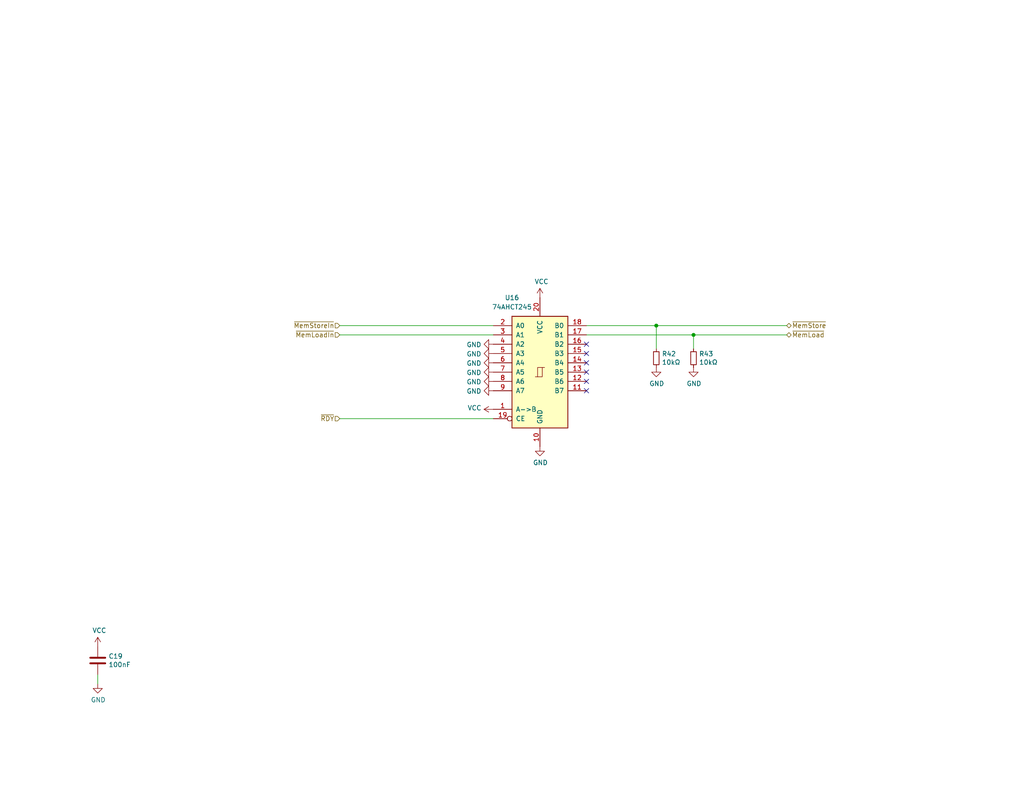
<source format=kicad_sch>
(kicad_sch (version 20211123) (generator eeschema)
  (paper "USLetter")
  (title_block (date "2021-06-22") (rev "B (cb021f9a)"))
  (lib_symbols
    (symbol "Device:C" (pin_numbers hide) (pin_names (offset 0.254))
      (property "Reference" "C" (at 0.635 2.54 0))
      (property "Value" "C" (at 0.635 -2.54 0))
      (symbol "C_0_1"
        (polyline (pts (xy -2.032 -0.762) (xy 2.032 -0.762)) (stroke (width 0.508)))
        (polyline (pts (xy -2.032 0.762) (xy 2.032 0.762)) (stroke (width 0.508)))
      )
      (symbol "C_1_1"
        (pin passive line (at 0 3.81 270) (length 2.794) (name "~") (number "1"))
        (pin passive line (at 0 -3.81 90) (length 2.794) (name "~") (number "2"))
      )
    )
    (symbol "Device:R_Small" (pin_numbers hide) (pin_names (offset 0.254) hide)
      (property "Reference" "R" (at 0.762 0.508 0))
      (property "Value" "R_Small" (at 0.762 -1.016 0))
      (symbol "R_Small_0_1"
        (rectangle (start -0.762 1.778) (end 0.762 -1.778) (stroke (width 0.2032)))
      )
      (symbol "R_Small_1_1"
        (pin passive line (at 0 2.54 270) (length 0.762) (name "~") (number "1"))
        (pin passive line (at 0 -2.54 90) (length 0.762) (name "~") (number "2"))
      )
    )
    (symbol "MainBoard-rescue:74LS245-74xx" (pin_names (offset 1.016))
      (property "Reference" "U" (at -7.62 16.51 0))
      (property "Value" "74LS245-74xx" (at -7.62 -16.51 0))
      (symbol "74LS245-74xx_1_0"
        (polyline (pts (xy -0.635 -1.27) (xy -0.635 1.27) (xy 0.635 1.27)))
        (polyline (pts (xy -1.27 -1.27) (xy 0.635 -1.27) (xy 0.635 1.27) (xy 1.27 1.27)))
        (pin input line (at -12.7 -10.16 0) (length 5.08) (name "A->B") (number "1"))
        (pin power_in line (at 0 -20.32 90) (length 5.08) (name "GND") (number "10"))
        (pin tri_state line (at 12.7 -5.08 180) (length 5.08) (name "B7") (number "11"))
        (pin tri_state line (at 12.7 -2.54 180) (length 5.08) (name "B6") (number "12"))
        (pin tri_state line (at 12.7 0 180) (length 5.08) (name "B5") (number "13"))
        (pin tri_state line (at 12.7 2.54 180) (length 5.08) (name "B4") (number "14"))
        (pin tri_state line (at 12.7 5.08 180) (length 5.08) (name "B3") (number "15"))
        (pin tri_state line (at 12.7 7.62 180) (length 5.08) (name "B2") (number "16"))
        (pin tri_state line (at 12.7 10.16 180) (length 5.08) (name "B1") (number "17"))
        (pin tri_state line (at 12.7 12.7 180) (length 5.08) (name "B0") (number "18"))
        (pin input inverted (at -12.7 -12.7 0) (length 5.08) (name "CE") (number "19"))
        (pin input line (at -12.7 12.7 0) (length 5.08) (name "A0") (number "2"))
        (pin power_in line (at 0 20.32 270) (length 5.08) (name "VCC") (number "20"))
        (pin input line (at -12.7 10.16 0) (length 5.08) (name "A1") (number "3"))
        (pin input line (at -12.7 7.62 0) (length 5.08) (name "A2") (number "4"))
        (pin input line (at -12.7 5.08 0) (length 5.08) (name "A3") (number "5"))
        (pin input line (at -12.7 2.54 0) (length 5.08) (name "A4") (number "6"))
        (pin input line (at -12.7 0 0) (length 5.08) (name "A5") (number "7"))
        (pin input line (at -12.7 -2.54 0) (length 5.08) (name "A6") (number "8"))
        (pin input line (at -12.7 -5.08 0) (length 5.08) (name "A7") (number "9"))
      )
      (symbol "74LS245-74xx_1_1"
        (rectangle (start -7.62 15.24) (end 7.62 -15.24) (stroke (width 0.254)) (fill (type background)))
      )
    )
    (symbol "power:GND" (power) (pin_names (offset 0))
      (property "Value" "GND" (at 0 -3.81 0))
      (symbol "GND_0_1"
        (polyline (pts (xy 0 0) (xy 0 -1.27) (xy 1.27 -1.27) (xy 0 -2.54) (xy -1.27 -1.27) (xy 0 -1.27)))
      )
      (symbol "GND_1_1"
        (pin power_in line (at 0 0 270) (length 0) hide (name "GND") (number "1"))
      )
    )
    (symbol "power:VCC" (power) (pin_names (offset 0))
      (property "Value" "VCC" (at 0 3.81 0))
      (symbol "VCC_0_1"
        (polyline (pts (xy -0.762 1.27) (xy 0 2.54)))
        (polyline (pts (xy 0 0) (xy 0 2.54)))
        (polyline (pts (xy 0 2.54) (xy 0.762 1.27)))
      )
      (symbol "VCC_1_1"
        (pin power_in line (at 0 0 90) (length 0) hide (name "VCC") (number "1"))
      )
    )
  )
  (junction (at 179.07 88.9))
  (junction (at 189.23 91.44))
  (no_connect (at 160.02 93.98))
  (no_connect (at 160.02 96.52))
  (no_connect (at 160.02 101.6))
  (no_connect (at 160.02 99.06))
  (no_connect (at 160.02 104.14))
  (no_connect (at 160.02 106.68))
  (wire (pts (xy 26.67 186.69) (xy 26.67 184.15)))
  (wire (pts (xy 214.63 88.9) (xy 179.07 88.9)))
  (wire (pts (xy 179.07 88.9) (xy 160.02 88.9)))
  (wire (pts (xy 189.23 91.44) (xy 160.02 91.44)))
  (wire (pts (xy 179.07 95.25) (xy 179.07 88.9)))
  (wire (pts (xy 92.71 88.9) (xy 134.62 88.9)))
  (wire (pts (xy 189.23 95.25) (xy 189.23 91.44)))
  (wire (pts (xy 214.63 91.44) (xy 189.23 91.44)))
  (wire (pts (xy 92.71 91.44) (xy 134.62 91.44)))
  (wire (pts (xy 92.71 114.3) (xy 134.62 114.3)))
  (hierarchical_label "~{MemLoad}" (shape tri_state) (at 214.63 91.44 0))
  (hierarchical_label "~{MemLoadIn}" (shape input) (at 92.71 91.44 180))
  (hierarchical_label "~{MemStoreIn}" (shape input) (at 92.71 88.9 180))
  (hierarchical_label "~{RDY}" (shape input) (at 92.71 114.3 180))
  (hierarchical_label "~{MemStore}" (shape tri_state) (at 214.63 88.9 0))
  (symbol (lib_id "Device:C") (at 26.67 180.34 0) (unit 1)
    (property "Reference" "C19" (at 29.591 179.1716 0) (effects (justify left)))
    (property "Value" "100nF" (at 29.591 181.483 0) (effects (justify left)))
    (property "Footprint" "Capacitor_SMD:C_0603_1608Metric_Pad1.08x0.95mm_HandSolder" (effects hide))
    (property "Mouser" "https://www.mouser.com/ProductDetail/963-EMK107B7104KAHT" (effects hide))
  )
  (symbol (lib_id "power:VCC") (at 26.67 176.53 0) (unit 1)
    (property "Reference" "#PWR0134" (effects hide))
    (property "Value" "VCC" (at 27.1018 172.1358 0))
  )
  (symbol (lib_id "power:GND") (at 26.67 186.69 0) (unit 1)
    (property "Reference" "#PWR0135" (effects hide))
    (property "Value" "GND" (at 26.797 191.0842 0))
  )
  (symbol (lib_id "power:GND") (at 134.62 93.98 270) (unit 1)
    (property "Reference" "#PWR0136" (effects hide))
    (property "Value" "GND" (at 131.3688 94.107 90) (effects (justify right)))
  )
  (symbol (lib_id "power:GND") (at 134.62 96.52 270) (unit 1)
    (property "Reference" "#PWR0137" (effects hide))
    (property "Value" "GND" (at 131.3688 96.647 90) (effects (justify right)))
  )
  (symbol (lib_id "power:GND") (at 134.62 99.06 270) (unit 1)
    (property "Reference" "#PWR0138" (effects hide))
    (property "Value" "GND" (at 131.3688 99.187 90) (effects (justify right)))
  )
  (symbol (lib_id "power:GND") (at 134.62 101.6 270) (unit 1)
    (property "Reference" "#PWR0139" (effects hide))
    (property "Value" "GND" (at 131.3688 101.727 90) (effects (justify right)))
  )
  (symbol (lib_id "power:GND") (at 134.62 104.14 270) (unit 1)
    (property "Reference" "#PWR0140" (effects hide))
    (property "Value" "GND" (at 131.3688 104.267 90) (effects (justify right)))
  )
  (symbol (lib_id "power:GND") (at 134.62 106.68 270) (unit 1)
    (property "Reference" "#PWR0141" (effects hide))
    (property "Value" "GND" (at 131.3688 106.807 90) (effects (justify right)))
  )
  (symbol (lib_id "Device:R_Small") (at 179.07 97.79 0) (unit 1)
    (property "Reference" "R42" (at 180.5686 96.6216 0) (effects (justify left)))
    (property "Value" "10kΩ" (at 180.5686 98.933 0) (effects (justify left)))
    (property "Footprint" "Resistor_SMD:R_0603_1608Metric_Pad0.98x0.95mm_HandSolder" (effects hide))
    (property "Mouser" "https://www.mouser.com/ProductDetail/652-CR0603FX-1002ELF" (effects hide))
  )
  (symbol (lib_id "power:GND") (at 179.07 100.33 0) (unit 1)
    (property "Reference" "#PWR0145" (effects hide))
    (property "Value" "GND" (at 179.197 104.7242 0))
  )
  (symbol (lib_id "Device:R_Small") (at 189.23 97.79 0) (unit 1)
    (property "Reference" "R43" (at 190.7286 96.6216 0) (effects (justify left)))
    (property "Value" "10kΩ" (at 190.7286 98.933 0) (effects (justify left)))
    (property "Footprint" "Resistor_SMD:R_0603_1608Metric_Pad0.98x0.95mm_HandSolder" (effects hide))
    (property "Mouser" "https://www.mouser.com/ProductDetail/652-CR0603FX-1002ELF" (effects hide))
  )
  (symbol (lib_id "power:GND") (at 189.23 100.33 0) (unit 1)
    (property "Reference" "#PWR0146" (effects hide))
    (property "Value" "GND" (at 189.357 104.7242 0))
  )
  (symbol (lib_id "MainBoard-rescue:74LS245-74xx") (at 147.32 101.6 0) (unit 1)
    (property "Reference" "U16" (at 139.7 81.28 0))
    (property "Value" "74AHCT245" (at 139.7 83.82 0))
    (property "Footprint" "Package_SO:TSSOP-20_4.4x6.5mm_P0.65mm" (effects hide))
    (property "Datasheet" "https://www.mouser.com/datasheet/2/916/74AHCT245A-1597455.pdf" (effects hide))
    (property "Mouser" "https://www.mouser.com/ProductDetail/Nexperia/74AHCT245APWJ?qs=u4fy%2FsgLU9Nfcswc3zVmFw%3D%3D" (effects hide))
  )
  (symbol (lib_id "power:VCC") (at 147.32 81.28 0) (unit 1)
    (property "Reference" "#PWR0143" (effects hide))
    (property "Value" "VCC" (at 147.7518 76.8858 0))
  )
  (symbol (lib_id "power:GND") (at 147.32 121.92 0) (unit 1)
    (property "Reference" "#PWR0144" (effects hide))
    (property "Value" "GND" (at 147.447 126.3142 0))
  )
  (symbol (lib_id "power:VCC") (at 134.62 111.76 90) (unit 1)
    (property "Reference" "#PWR0142" (effects hide))
    (property "Value" "VCC" (at 131.3942 111.379 90) (effects (justify left)))
  )
)
</source>
